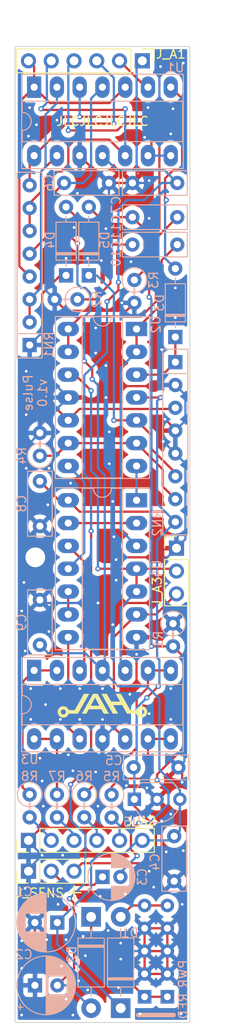
<source format=kicad_pcb>
(kicad_pcb (version 20240108) (generator "pcbnew") (generator_version "8.0")
  (title_block (rev "v1.0"))
  (layers (0 "F.Cu" signal) (31 "B.Cu" signal) (34 "B.Paste" user) (35 "F.Paste" user) (36 "B.SilkS" user "B.Silkscreen") (37 "F.SilkS" user "F.Silkscreen") (38 "B.Mask" user) (39 "F.Mask" user) (44 "Edge.Cuts" user))
  (net 0 "")
  (net 1 "GND")
  (net 2 "/DIV")
  (net 3 "Net-(U1A-+)")
  (net 4 "-12V")
  (net 5 "+12V")
  (net 6 "/RET")
  (net 7 "Net-(RN1A-R1.2)")
  (net 8 "Net-(RN1C-R3.2)")
  (net 9 "/OUT_CVI")
  (net 10 "/SIG")
  (net 11 "+5V")
  (net 12 "Net-(J_A2-Pin_5)")
  (net 13 "/GATEI")
  (net 14 "/TRIG")
  (net 15 "/GATE")
  (net 16 "/TRIGI")
  (net 17 "Net-(J_A2-Pin_3)")
  (net 18 "Net-(J_A2-Pin_2)")
  (net 19 "Net-(U2D--)")
  (net 20 "/OUT_CV")
  (net 21 "/THRS")
  (net 22 "Net-(D2-K)")
  (net 23 "Net-(D1-A)")
  (net 24 "Net-(J_SENS1-Pin_2)")
  (net 25 "Net-(J_A2-Pin_4)")
  (net 26 "Net-(U3D-+)")
  (net 27 "Net-(J_A3-Pin_3)")
  (net 28 "Net-(U3C--)")
  (net 29 "Net-(U3D--)")
  (net 30 "Net-(U3B--)")
  (net 31 "Net-(U3A--)")
  (net 32 "Net-(D5-A)")
  (net 33 "Net-(D4-A)")
  (net 34 "Net-(D4-K)")
  (net 35 "Net-(D5-K)")
  (net 36 "Net-(D3-K)")
  (net 37 "Net-(D3-A)")
  (net 38 "Net-(U3A-+)")
  (net 39 "Net-(U4-Pad13)")
  (net 40 "Net-(U4-Pad10)")
  (footprint "Connector_PinHeader_2.54mm:PinHeader_1x03_P2.54mm_Vertical" (layer "F.Cu") (at 61.595 132.715 90)
    (property "Reference" "J_SENS")
    (property "Value" "Conn_01x03_Male")
  )
  (footprint "Connector_PinHeader_2.54mm:PinHeader_1x06_P2.54mm_Vertical" (layer "F.Cu") (at 74.295 42.545 -90)
    (property "Reference" "J_A1")
    (property "Value" "Conn_01x06_Male")
  )
  (footprint "Connector_PinHeader_2.54mm:PinHeader_1x03_P2.54mm_Vertical" (layer "F.Cu") (at 78.105 96.774)
    (property "Reference" "J_A3")
    (property "Value" "Conn_01x03_Male")
  )
  (footprint "Logos:Avalon Harmonics Small 10mm" (layer "F.Cu") (at 69.85 114.3)
    (property "Reference" "G***" (hide yes))
    (property "Value" "LOGO" (hide yes))
  )
  (footprint "Eurorack:M2 Screw Hole" (layer "F.Cu") (at 62.357 97.79)
    (property "Reference" "REF**" (hide yes))
    (property "Value" "M2 Screw Hole" (hide yes))
  )
  (footprint "Connector_PinHeader_2.54mm:PinHeader_1x06_P2.54mm_Vertical" (layer "F.Cu") (at 61.595 129.286 90)
    (property "Reference" "J_A2")
    (property "Value" "Conn_01x06_Male")
  )
  (footprint "Capacitor_THT:C_Disc_D7.0mm_W2.5mm_P5.00mm" (layer "B.Cu") (at 65.572 56.134)
    (property "Reference" "C6")
    (property "Value" "0.1uF")
  )
  (footprint "Package_DIP:DIP-14_W7.62mm_Socket_LongPads" (layer "B.Cu") (at 62.225 45.476 -90)
    (property "Reference" "U1")
    (property "Value" "TL074")
  )
  (footprint "Resistor_THT:R_Array_SIP8" (layer "B.Cu") (at 77.978 76.073 -90)
    (property "Reference" "RN2")
    (property "Value" "100k")
  )
  (footprint "Diode_THT:D_DO-35_SOD27_P7.62mm_Horizontal" (layer "B.Cu") (at 65.786 66.421 90)
    (property "Reference" "D4")
    (property "Value" "1N4148")
  )
  (footprint "Package_DIP:DIP-14_W7.62mm_Socket_LongPads" (layer "B.Cu") (at 62.225 110.373 -90)
    (property "Reference" "U3")
    (property "Value" "LM324")
  )
  (footprint "Diode_THT:D_DO-41_SOD81_P10.16mm_Horizontal" (layer "B.Cu") (at 71.882 147.955 90)
    (property "Reference" "D1")
    (property "Value" "1N4001")
  )
  (footprint "Diode_THT:D_DO-35_SOD27_P7.62mm_Horizontal" (layer "B.Cu") (at 68.326 66.421 90)
    (property "Reference" "D5")
    (property "Value" "1N4148")
  )
  (footprint "Resistor_THT:R_Axial_DIN0207_L6.3mm_D2.5mm_P2.54mm_Vertical" (layer "B.Cu") (at 62.865 86.487 90)
    (property "Reference" "R4")
    (property "Value" "10k")
  )
  (footprint "Capacitor_THT:CP_Radial_D6.3mm_P2.50mm" (layer "B.Cu") (at 64.80938 138.43 180)
    (property "Reference" "C1")
    (property "Value" "47uF")
  )
  (footprint "Capacitor_THT:C_Disc_D7.0mm_W2.5mm_P5.00mm" (layer "B.Cu") (at 62.865 89.321 -90)
    (property "Reference" "C8")
    (property "Value" "0.1uF")
  )
  (footprint "Resistor_THT:R_Axial_DIN0207_L6.3mm_D2.5mm_P2.54mm_Vertical" (layer "B.Cu") (at 67.818 124.177 -90)
    (property "Reference" "R6")
    (property "Value" "1k")
  )
  (footprint "Capacitor_THT:C_Disc_D7.0mm_W2.5mm_P5.00mm" (layer "B.Cu") (at 78.192 62.992 180)
    (property "Reference" "C10")
    (property "Value" "0.1uF")
  )
  (footprint "Resistor_THT:R_Array_SIP8" (layer "B.Cu") (at 61.722 74.168 90)
    (property "Reference" "RN1")
    (property "Value" "100k")
  )
  (footprint "Package_DIP:DIP-14_W7.62mm_Socket_LongPads" (layer "B.Cu") (at 73.65 72.385 180)
    (property "Reference" "U2")
    (property "Value" "LM324")
  )
  (footprint "Package_DIP:DIP-14_W7.62mm_Socket_LongPads" (layer "B.Cu") (at 73.65 91.44 180)
    (property "Reference" "U4")
    (property "Value" "74HC04")
  )
  (footprint "Capacitor_THT:CP_Radial_D6.3mm_P2.50mm" (layer "B.Cu") (at 62.317621 145.415)
    (property "Reference" "C2")
    (property "Value" "47uF")
  )
  (footprint "Eurorack:Eurorack Power 10 Pin" (layer "B.Cu") (at 77.089 141.605 180)
    (property "Reference" "PWR1" (hide yes))
    (property "Value" "PWR_10_Pin" (hide yes))
  )
  (footprint "Resistor_THT:R_Axial_DIN0207_L6.3mm_D2.5mm_P2.54mm_Vertical" (layer "B.Cu") (at 77.724 105.156 -90)
    (property "Reference" "R1")
    (property "Value" "120k")
  )
  (footprint "Resistor_THT:R_Axial_DIN0207_L6.3mm_D2.5mm_P2.54mm_Vertical" (layer "B.Cu") (at 64.77 124.177 -90)
    (property "Reference" "R7")
    (property "Value" "1k")
  )
  (footprint "Package_TO_SOT_THT:TO-92_Inline_Wide" (layer "B.Cu") (at 73.406 124.714)
    (property "Reference" "U5")
    (property "Value" "78L05")
  )
  (footprint "Capacitor_THT:C_Disc_D7.0mm_W2.5mm_P5.00mm" (layer "B.Cu") (at 77.851 128.818 -90)
    (property "Reference" "C4")
    (property "Value" "0.1uF")
  )
  (footprint "Resistor_THT:R_Axial_DIN0207_L6.3mm_D2.5mm_P2.54mm_Vertical" (layer "B.Cu") (at 61.722 124.177 -90)
    (property "Reference" "R8")
    (property "Value" "1k")
  )
  (footprint "Resistor_THT:R_Axial_DIN0207_L6.3mm_D2.5mm_P2.54mm_Vertical" (layer "B.Cu") (at 73.406 66.929 -90)
    (property "Reference" "R3")
    (property "Value" "47k")
  )
  (footprint "Capacitor_THT:C_Disc_D7.0mm_W2.5mm_P5.00mm" (layer "B.Cu") (at 62.865 107.529 90)
    (property "Reference" "C9")
    (property "Value" "0.1uF")
  )
  (footprint "Diode_THT:D_DO-35_SOD27_P7.62mm_Horizontal" (layer "B.Cu") (at 77.978 73.279 90)
    (property "Reference" "D3")
    (property "Value" "1N4148")
  )
  (footprint "Capacitor_THT:C_Disc_D7.0mm_W2.5mm_P5.00mm" (layer "B.Cu") (at 73.319 121.158)
    (property "Reference" "C5")
    (property "Value" "0.1uF")
  )
  (footprint "Diode_THT:D_DO-41_SOD81_P10.16mm_Horizontal" (layer "B.Cu") (at 68.58 137.795 -90)
    (property "Reference" "D2")
    (property "Value" "1N4001")
  )
  (footprint "Resistor_THT:R_Axial_DIN0207_L6.3mm_D2.5mm_P2.54mm_Vertical" (layer "B.Cu") (at 67.056 69.088 180)
    (property "Reference" "R2")
    (property "Value" "47k")
  )
  (footprint "Capacitor_THT:CP_Radial_D5.0mm_P2.00mm" (layer "B.Cu") (at 69.85 133.35)
    (property "Reference" "C3")
    (property "Value" "10uF")
  )
  (footprint "Capacitor_THT:C_Disc_D7.0mm_W2.5mm_P5.00mm" (layer "B.Cu") (at 78.192 59.944 180)
    (property "Reference" "C11")
    (property "Value" "0.1uF")
  )
  (footprint "Resistor_THT:R_Axial_DIN0207_L6.3mm_D2.5mm_P2.54mm_Vertical" (layer "B.Cu") (at 70.866 124.206 -90)
    (property "Reference" "R5")
    (property "Value" "1k")
  )
  (footprint "Capacitor_THT:C_Disc_D7.0mm_W2.5mm_P5.00mm" (layer "B.Cu") (at 73.192 56.134)
    (property "Reference" "C7")
    (property "Value" "0.1uF")
  )
  (gr_rect (start 60.1 40.95) (end 79.6 149.55) (stroke (width 0.1)) (fill none) (layer "Edge.Cuts"))
  (gr_text "Pulse\nv1.0" (at 62.357 79.502 90) (layer "B.SilkS") (effects (font (size 1 1)) (justify mirror)))
  (gr_text "JLCJLCJLCJLC" (at 69.85 49.276 0) (layer "F.SilkS") (effects (font (size 1 1))))
  (gr_text "+" (at 66.675 135.255 -180) (layer "F.SilkS") (effects (font (size 2 2))))
  (segment (start 76.581 84.836) (end 76.581 82.677) (width 0.25) (layer "F.Cu") (net 1))
  (segment (start 73.66 55.666) (end 73.192 56.134) (width 0.25) (layer "F.Cu") (net 1))
  (segment (start 73.65 112.278) (end 73.65 108.595) (width 0.25) (layer "F.Cu") (net 1))
  (segment (start 73.65 108.575) (end 73.65 106.68) (width 0.25) (layer "F.Cu") (net 1))
  (segment (start 61.595 132.715) (end 61.595 137.71562) (width 0.25) (layer "F.Cu") (net 1))
  (segment (start 77.089 139.065) (end 77.089 141.605) (width 0.25) (layer "F.Cu") (net 1))
  (segment (start 70.343 56.134) (end 67.305 53.096) (width 0.25) (layer "F.Cu") (net 1))
  (segment (start 77.089 97.79) (end 71.628 97.79) (width 0.25) (layer "F.Cu") (net 1))
  (segment (start 78.74 136.398) (end 78.650999 136.308999) (width 0.25) (layer "F.Cu") (net 1))
  (segment (start 65.786 140.335) (end 63.627 140.335) (width 0.25) (layer "F.Cu") (net 1))
  (segment (start 76.454 127.127) (end 76.454 125.222) (width 0.25) (layer "F.Cu") (net 1))
  (segment (start 77.089 144.145) (end 77.089 141.605) (width 0.25) (layer "F.Cu") (net 1))
  (segment (start 78.650999 134.617999) (end 77.851 133.818) (width 0.25) (layer "F.Cu") (net 1))
  (segment (start 76.454 132.421) (end 77.851 133.818) (width 0.25) (layer "F.Cu") (net 1))
  (segment (start 73.66 51.943) (end 73.66 55.666) (width 0.25) (layer "F.Cu") (net 1))
  (segment (start 71.628 78.74) (end 77.851 78.74) (width 0.25) (layer "F.Cu") (net 1))
  (segment (start 74.676 123.444) (end 74.803 123.444) (width 0.25) (layer "F.Cu") (net 1))
  (segment (start 65.786 70.358) (end 72.517 70.358) (width 0.25) (layer "F.Cu") (net 1))
  (segment (start 66.162 80.137) (end 70.231 80.137) (width 0.25) (layer "F.Cu") (net 1))
  (segment (start 73.65 108.595) (end 73.66 108.585) (width 0.25) (layer "F.Cu") (net 1))
  (segment (start 70.358 80.01) (end 71.628 78.74) (width 0.25) (layer "F.Cu") (net 1))
  (segment (start 78.650999 137.503001) (end 78.650999 136.487001) (width 0.25) (layer "F.Cu") (net 1))
  (segment (start 77.089 139.065) (end 78.650999 137.503001) (width 0.25) (layer "F.Cu") (net 1))
  (segment (start 70.231 80.01) (end 70.358 80.01) (width 0.25) (layer "F.Cu") (net 1))
  (segment (start 78.650999 136.487001) (end 78.74 136.398) (width 0.25) (layer "F.Cu") (net 1))
  (segment (start 67.305 57.028) (end 67.056 57.277) (width 0.25) (layer "F.Cu") (net 1))
  (segment (start 72.898 113.03) (end 73.65 112.278) (width 0.25) (layer "F.Cu") (net 1))
  (segment (start 78.74 122.809) (end 78.74 121.579) (width 0.25) (layer "F.Cu") (net 1))
  (segment (start 61.595 137.71562) (end 62.30938 138.43) (width 0.25) (layer "F.Cu") (net 1))
  (segment (start 72.517 123.19) (end 74.422 123.19) (width 0.25) (layer "F.Cu") (net 1))
  (segment (start 77.343 123.317) (end 77.343 122.134) (width 0.25) (layer "F.Cu") (net 1))
  (segment (start 74.549 141.605) (end 74.549 139.065) (width 0.25) (layer "F.Cu") (net 1))
  (segment (start 73.65 106.68) (end 76.2 106.68) (width 0.25) (layer "F.Cu") (net 1))
  (segment (start 76.581 82.677) (end 76.835 82.423) (width 0.25) (layer "F.Cu") (net 1))
  (segment (start 71.628 97.79) (end 71.374 98.044) (width 0.25) (layer "F.Cu") (net 1))
  (segment (start 74.549 51.054) (end 73.66 51.943) (width 0.25) (layer "F.Cu") (net 1))
  (segment (start 76.454 127.127) (end 76.454 132.421) (width 0.25) (layer "F.Cu") (net 1))
  (segment (start 76.6445 84.8995) (end 76.581 84.836) (width 0.25) (layer "F.Cu") (net 1))
  (segment (start 77.978 83.566) (end 76.835 82.423) (width 0.25) (layer "F.Cu") (net 1))
  (segment (start 76.454 125.222) (end 75.946 124.714) (width 0.25) (layer "F.Cu") (net 1))
  (segment (start 62.30938 138.43) (end 62.30938 140.335) (width 0.25) (layer "F.Cu") (net 1))
  (segment (start 78.105 96.774) (end 77.089 97.79) (width 0.25) (layer "F.Cu") (net 1))
  (segment (start 77.851 78.74) (end 77.978 78.613) (width 0.25) (layer "F.Cu") (net 1))
  (segment (start 70.572 56.134) (end 70.343 56.134) (width 0.25) (layer "F.Cu") (net 1))
  (segment (start 74.803 123.571) (end 75.946 124.714) (width 0.25) (layer "F.Cu") (net 1))
  (segment (start 70.231 80.137) (end 70.231 80.137) (width 0.25) (layer "F.Cu") (net 1))
  (segment (start 74.549 141.605) (end 77.089 141.605) (width 0.25) (layer "F.Cu") (net 1))
  (segment (start 62.30938 145.406759) (end 62.317621 145.415) (width 0.25) (layer "F.Cu") (net 1))
  (segment (start 76.2 106.68) (end 77.724 105.156) (width 0.25) (layer "F.Cu") (net 1))
  (segment (start 74.422 123.19) (end 74.676 123.444) (width 0.25) (layer "F.Cu") (net 1))
  (segment (start 71.882 127.889) (end 62.992 127.889) (width 0.25) (layer "F.Cu") (net 1))
  (segment (start 66.03 80.005) (end 66.162 80.137) (width 0.25) (layer "F.Cu") (net 1))
  (segment (start 72.898 126.873) (end 71.882 127.889) (width 0.25) (layer "F.Cu") (net 1))
  (segment (start 61.595 129.286) (end 61.595 132.715) (width 0.25) (layer "F.Cu") (net 1))
  (segment (start 74.803 123.444) (end 74.803 123.571) (width 0.25) (layer "F.Cu") (net 1))
  (segment (start 74.803 102.87) (end 69.342 102.87) (width 0.25) (layer "F.Cu") (net 1))
  (segment (start 75.946 124.714) (end 77.343 123.317) (width 0.25) (layer "F.Cu") (net 1))
  (segment (start 73.66 108.585) (end 73.65 108.575) (width 0.25) (layer "F.Cu") (net 1))
  (segment (start 74.549 144.145) (end 74.549 141.605) (width 0.25) (layer "F.Cu") (net 1))
  (segment (start 70.231 80.137) (end 70.231 80.01) (width 0.25) (layer "F.Cu") (net 1))
  (segment (start 64.516 69.088) (end 65.786 70.358) (width 0.25) (layer "F.Cu") (net 1))
  (segment (start 76.962 100.711) (end 74.803 102.87) (width 0.25) (layer "F.Cu") (net 1))
  (segment (start 72.517 70.358) (end 73.406 69.469) (width 0.25) (layer "F.Cu") (net 1))
  (segment (start 77.978 86.233) (end 76.6445 84.8995) (width 0.25) (layer "F.Cu") (net 1))
  (segment (start 67.305 53.096) (end 67.305 57.028) (width 0.25) (layer "F.Cu") (net 1))
  (segment (start 63.627 140.335) (end 62.30938 140.335) (width 0.25) (layer "F.Cu") (net 1))
  (segment (start 62.30938 140.335) (end 62.30938 145.406759) (width 0.25) (layer "F.Cu") (net 1))
  (segment (start 77.343 122.134) (end 78.319 121.158) (width 0.25) (layer "F.Cu") (net 1))
  (segment (start 78.74 121.579) (end 78.319 121.158) (width 0.25) (layer "F.Cu") (net 1))
  (segment (start 62.992 127.889) (end 61.595 129.286) (width 0.25) (layer "F.Cu") (net 1))
  (segment (start 77.089 144.145) (end 74.549 144.145) (width 0.25) (layer "F.Cu") (net 1))
  (segment (start 77.978 83.693) (end 77.978 83.566) (width 0.25) (layer "F.Cu") (net 1))
  (segment (start 78.650999 136.308999) (end 78.650999 134.617999) (width 0.25) (layer "F.Cu") (net 1))
  (segment (start 74.549 139.065) (end 77.089 139.065) (width 0.25) (layer "F.Cu") (net 1))
  (segment (start 70.572 56.134) (end 73.192 56.134) (width 0.25) (layer "F.Cu") (net 1))
  (via (at 67.056 57.277) (size 0.6) (drill 0.3) (layers "F.Cu" "B.Cu") (net 1))
  (via (at 72.009 69.469) (size 0.6) (drill 0.3) (layers "F.Cu" "B.Cu") (net 1))
  (via (at 61.595 50.927) (size 0.6) (drill 0.3) (layers "F.Cu" "B.Cu") (net 1))
  (via (at 69.088 121.666) (size 0.6) (drill 0.3) (layers "F.Cu" "B.Cu") (net 1))
  (via (at 65.405 130.937) (size 0.6) (drill 0.3) (layers "F.Cu" "B.Cu") (net 1))
  (via (at 75.057 115.189) (size 0.6) (drill 0.3) (layers "F.Cu" "B.Cu") (net 1))
  (via (at 77.978 67.818) (size 0.6) (drill 0.3) (layers "F.Cu" "B.Cu") (net 1))
  (via (at 68.199 145.923) (size 0.6) (drill 0.3) (layers "F.Cu" "B.Cu") (net 1))
  (via (at 78.867 42.799) (size 0.6) (drill 0.3) (layers "F.Cu" "B.Cu") (net 1))
  (via (at 75.057 55.88) (size 0.6) (drill 0.3) (layers "F.Cu" "B.Cu") (net 1))
  (via (at 67.945 142.113) (size 0.6) (drill 0.3) (layers "F.Cu" "B.Cu") (net 1))
  (via (at 78.867 130.429) (size 0.6) (drill 0.3) (layers "F.Cu" "B.Cu") (net 1))
  (via (at 61.214 134.62) (size 0.6) (drill 0.3) (layers "F.Cu" "B.Cu") (net 1))
  (via (at 70.993 91.567) (size 0.6) (drill 0.3) (layers "F.Cu" "B.Cu") (net 1))
  (via (at 74.549 51.054) (size 0.6) (drill 0.3) (layers "F.Cu" "B.Cu") (net 1))
  (via (at 69.342 125.476) (size 0.6) (drill 0.3) (layers "F.Cu" "B.Cu") (net 1))
  (via (at 60.833 103.759) (size 0.6) (drill 0.3) (layers "F.Cu" "B.Cu") (net 1))
  (via (at 71.882 142.494) (size 0.6) (drill 0.3) (layers "F.Cu" "B.Cu") (net 1))
  (via (at 65.151 115.824) (size 0.6) (drill 0.3) (layers "F.Cu" "B.Cu") (net 1))
  (via (at 65.786 140.335) (size 0.6) (drill 0.3) (layers "F.Cu" "B.Cu") (net 1))
  (via (at 78.74 122.809) (size 0.6) (drill 0.3) (layers "F.Cu" "B.Cu") (net 1))
  (via (at 72.39 135.255) (size 0.6) (drill 0.3) (layers "F.Cu" "B.Cu") (net 1))
  (via (at 63.5 114.173) (size 0.6) (drill 0.3) (layers "F.Cu" "B.Cu") (net 1))
  (via (at 69.342 102.87) (size 0.6) (drill 0.3) (layers "F.Cu" "B.Cu") (net 1))
  (via (at 74.041 148.59) (size 0.6) (drill 0.3) (layers "F.Cu" "B.Cu") (net 1))
  (via (at 76.962 130.556) (size 0.6) (drill 0.3) (layers "F.Cu" "B.Cu") (net 1))
  (via (at 65.786 64.516) (size 0.6) (drill 0.3) (layers "F.Cu" "B.Cu") (net 1))
  (via (at 77.978 71.12) (size 0.6) (drill 0.3) (layers "F.Cu" "B.Cu") (net 1))
  (via (at 66.548 148.717) (size 0.6) (drill 0.3) (layers "F.Cu" "B.Cu") (net 1))
  (via (at 61.087 100.584) (size 0.6) (drill 0.3) (layers "F.Cu" "B.Cu") (net 1))
  (via (at 69.088 75.057) (size 0.6) (drill 0.3) (layers "F.Cu" "B.Cu") (net 1))
  (via (at 70.231 61.214) (size 0.6) (drill 0.3) (layers "F.Cu" "B.Cu") (net 1))
  (via (at 69.596 135.509) (size 0.6) (drill 0.3) (layers "F.Cu" "B.Cu") (net 1))
  (via (at 62.484 49.657) (size 0.6) (drill 0.3) (layers "F.Cu" "B.Cu") (net 1))
  (via (at 71.374 98.044) (size 0.6) (drill 0.3) (layers "F.Cu" "B.Cu") (net 1))
  (via (at 78.613 148.59) (size 0.6) (drill 0.3) (layers "F.Cu" "B.Cu") (net 1))
  (via (at 65.786 146.939) (size 0.6) (drill 0.3) (layers "F.Cu" "B.Cu") (net 1))
  (via (at 65.278 143.256) (size 0.6) (drill 0.3) (layers "F.Cu" "B.Cu") (net 1))
  (via (at 72.898 113.03) (size 0.6) (drill 0.3) (layers "F.Cu" "B.Cu") (net 1))
  (via (at 60.833 140.462) (size 0.6) (drill 0.3) (layers "F.Cu" "B.Cu") (net 1))
  (via (at 62.865 120.142) (size 0.6) (drill 0.3) (layers "F.Cu" "B.Cu") (net 1))
  (via (at 76.454 74.676) (size 0.6) (drill 0.3) (layers "F.Cu" "B.Cu") (net 1))
  (via (at 77.724 47.879) (size 0.6) (drill 0.3) (layers "F.Cu" "B.Cu") (net 1))
  (via (at 77.47 50.673) (size 0.6) (drill 0.3) (layers "F.Cu" "B.Cu") (net 1))
  (via (at 63.119 122.682) (size 0.6) (drill 0.3) (layers "F.Cu" "B.Cu") (net 1))
  (via (at 76.962 100.711) (size 0.6) (drill 0.3) (layers "F.Cu" "B.Cu") (net 1))
  (via (at 63.881 87.884) (size 0.6) (drill 0.3) (layers "F.Cu" "B.Cu") (net 1))
  (via (at 77.47 126.365) (size 0.6) (drill 0.3) (layers "F.Cu" "B.Cu") (net 1))
  (via (at 75.057 60.071) (size 0.6) (drill 0.3) (layers "F.Cu" "B.Cu") (net 1))
  (via (at 63.881 106.045) (size 0.6) (drill 0.3) (layers "F.Cu" "B.Cu") (net 1))
  (via (at 75.565 134.493) (size 0.6) (drill 0.3) (layers "F.Cu" "B.Cu") (net 1))
  (via (at 76.835 82.423) (size 0.6) (drill 0.3) (layers "F.Cu" "B.Cu") (net 1))
  (via (at 64.77 49.149) (size 0.6) (drill 0.3) (layers "F.Cu" "B.Cu") (net 1))
  (via (at 70.612 87.376) (size 0.6) (drill 0.3) (layers "F.Cu" "B.Cu") (net 1))
  (via (at 66.675 61.087) (size 0.6) (drill 0.3) (layers "F.Cu" "B.Cu") (net 1))
  (via (at 68.199 64.516) (size 0.6) (drill 0.3) (layers "F.Cu" "B.Cu") (net 1))
  (via (at 71.12 95.504) (size 0.6) (drill 0.3) (layers "F.Cu" "B.Cu") (net 1))
  (via (at 74.803 123.444) (size 0.6) (drill 0.3) (layers "F.Cu" "B.Cu") (net 1))
  (via (at 72.517 123.19) (size 0.6) (drill 0.3) (layers "F.Cu" "B.Cu") (net 1))
  (via (at 64.897 136.398) (size 0.6) (drill 0.3) (layers "F.Cu" "B.Cu") (net 1))
  (via (at 67.31 115.824) (size 0.6) (drill 0.3) (layers "F.Cu" "B.Cu") (net 1))
  (via (at 61.849 112.395) (size 0.6) (drill 0.3) (layers "F.Cu" "B.Cu") (net 1))
  (via (at 69.088 72.263) (size 0.6) (drill 0.3) (layers "F.Cu" "B.Cu") (net 1))
  (via (at 77.47 115.824) (size 0.6) (drill 0.3) (layers "F.Cu" "B.Cu") (net 1))
  (via (at 70.612 83.82) (size 0.6) (drill 0.3) (layers "F.Cu" "B.Cu") (net 1))
  (via (at 67.31 112.395) (size 0.6) (drill 0.3) (layers "F.Cu" "B.Cu") (net 1))
  (via (at 76.327 43.18) (size 0.6) (drill 0.3) (layers "F.Cu" "B.Cu") (net 1))
  (via (at 71.882 140.716) (size 0.6) (drill 0.3) (layers "F.Cu" "B.Cu") (net 1))
  (via (at 76.454 127.127) (size 0.6) (drill 0.3) (layers "F.Cu" "B.Cu") (net 1))
  (via (at 71.374 100.33) (size 0.6) (drill 0.3) (layers "F.Cu" "B.Cu") (net 1))
  (via (at 70.485 139.319) (size 0.6) (drill 0.3) (layers "F.Cu" "B.Cu") (net 1))
  (via (at 60.833 148.717) (size 0.6) (drill 0.3) (layers "F.Cu" "B.Cu") (net 1))
  (via (at 66.548 121.539) (size 0.6) (drill 0.3) (layers "F.Cu" "B.Cu") (net 1))
  (via (at 61.341 87.884) (size 0.6) (drill 0.3) (layers "F.Cu" "B.Cu") (net 1))
  (via (at 67.183 144.907) (size 0.6) (drill 0.3) (layers "F.Cu" "B.Cu") (net 1))
  (via (at 77.47 112.395) (size 0.6) (drill 0.3) (layers "F.Cu" "B.Cu") (net 1))
  (via (at 76.6445 84.8995) (size 0.6) (drill 0.3) (layers "F.Cu" "B.Cu") (net 1))
  (via (at 65.151 112.395) (size 0.6) (drill 0.3) (layers "F.Cu" "B.Cu") (net 1))
  (via (at 63.119 130.937) (size 0.6) (drill 0.3) (layers "F.Cu" "B.Cu") (net 1))
  (via (at 73.66 108.585) (size 0.6) (drill 0.3) (layers "F.Cu" "B.Cu") (net 1))
  (via (at 66.04 119.761) (size 0.6) (drill 0.3) (layers "F.Cu" "B.Cu") (net 1))
  (via (at 63.246 125.476) (size 0.6) (drill 0.3) (layers "F.Cu" "B.Cu") (net 1))
  (via (at 61.849 115.824) (size 0.6) (drill 0.3) (layers "F.Cu" "B.Cu") (net 1))
  (via (at 61.722 47.752) (size 0.6) (drill 0.3) (layers "F.Cu" "B.Cu") (net 1))
  (via (at 70.231 80.01) (size 0.6) (drill 0.3) (layers "F.Cu" "B.Cu") (net 1))
  (via (at 69.85 112.395) (size 0.6) (drill 0.3) (layers "F.Cu" "B.Cu") (net 1))
  (via (at 73.025 64.897) (size 0.6) (drill 0.3) (layers "F.Cu" "B.Cu") (net 1))
  (via (at 60.833 143.51) (size 0.6) (drill 0.3) (layers "F.Cu" "B.Cu") (net 1))
  (via (at 61.341 77.089) (size 0.6) (drill 0.3) (layers "F.Cu" "B.Cu") (net 1))
  (via (at 66.294 89.535) (size 0.6) (drill 0.3) (layers "F.Cu" "B.Cu") (net 1))
  (via (at 69.85 115.824) (size 0.6) (drill 0.3) (layers "F.Cu" "B.Cu") (net 1))
  (via (at 71.628 145.669) (size 0.6) (drill 0.3) (layers "F.Cu" "B.Cu") (net 1))
  (via (at 61.214 108.204) (size 0.6) (drill 0.3) (layers "F.Cu" "B.Cu") (net 1))
  (via (at 72.898 126.873) (size 0.6) (drill 0.3) (layers "F.Cu" "B.Cu") (net 1))
  (via (at 74.93 47.752) (size 0.6) (drill 0.3) (layers "F.Cu" "B.Cu") (net 1))
  (via (at 75.057 132.715) (size 0.6) (drill 0.3) (layers "F.Cu" "B.Cu") (net 1))
  (via (at 69.723 64.77) (size 0.6) (drill 0.3) (layers "F.Cu" "B.Cu") (net 1))
  (via (at 70.993 105.283) (size 0.6) (drill 0.3) (layers "F.Cu" "B.Cu") (net 1))
  (via (at 70.231 76.454) (size 0.6) (drill 0.3) (layers "F.Cu" "B.Cu") (net 1))
  (via (at 78.74 136.398) (size 0.6) (drill 0.3) (layers "F.Cu" "B.Cu") (net 1))
  (via (at 63.627 140.335) (size 0.6) (drill 0.3) (layers "F.Cu" "B.Cu") (net 1))
  (via (at 63.754 91.948) (size 0.6) (drill 0.3) (layers "F.Cu" "B.Cu") (net 1))
  (via (at 67.691 139.954) (size 0.6) (drill 0.3) (layers "F.Cu" "B.Cu") (net 1))
  (via (at 61.341 81.915) (size 0.6) (drill 0.3) (layers "F.Cu" "B.Cu") (net 1))
  (segment (start 77.47 50.673) (end 76.2 49.403) (width 0.25) (layer "B.Cu") (net 1))
  (segment (start 78.994 117.348) (end 77.47 115.824) (width 0.25) (layer "B.Cu") (net 1))
  (segment (start 76.708 100.457) (end 76.708 98.171) (width 0.25) (layer "B.Cu") (net 1))
  (segment (start 76.2 49.403) (end 76.2 43.307) (width 0.25) (layer "B.Cu") (net 1))
  (segment (start 70.739 112.395) (end 71.374 113.03) (width 0.25) (layer "B.Cu") (net 1))
  (segment (start 64.516 71.374) (end 64.516 69.088) (width 0.25) (layer "B.Cu") (net 1))
  (segment (start 62.865 94.321) (end 62.357 94.829) (width 0.25) (layer "B.Cu") (net 1))
  (segment (start 65.5955 60.198) (end 63.5 62.2935) (width 0.25) (layer "B.Cu") (net 1))
  (segment (start 76.962 100.711) (end 76.708 100.965) (width 0.25) (layer "B.Cu") (net 1))
  (segment (start 69.845 117.993) (end 69.845 117.988) (width 0.25) (layer "B.Cu") (net 1))
  (segment (start 72.009 69.469) (end 73.406 69.469) (width 0.25) (layer "B.Cu") (net 1))
  (segment (start 60.833 103.759) (end 60.833 107.823) (width 0.25) (layer "B.Cu") (net 1))
  (segment (start 77.978 83.693) (end 77.978 86.233) (width 0.25) (layer "B.Cu") (net 1))
  (segment (start 61.849 112.395) (end 65.151 112.395) (width 0.25) (layer "B.Cu") (net 1))
  (segment (start 76.708 98.171) (end 78.105 96.774) (width 0.25) (layer "B.Cu") (net 1))
  (segment (start 60.833 103.759) (end 61.635 103.759) (width 0.25) (layer "B.Cu") (net 1))
  (segment (start 70.572 56.134) (end 70.572 59.603) (width 0.25) (layer "B.Cu") (net 1))
  (segment (start 79.103 82.568) (end 79.103 79.738) (width 0.25) (layer "B.Cu") (net 1))
  (segment (start 61.722 74.168) (end 64.516 71.374) (width 0.25) (layer "B.Cu") (net 1))
  (segment (start 74.549 141.605) (end 67.056 141.605) (width 0.25) (layer "B.Cu") (net 1))
  (segment (start 73.192 56.134) (end 74.803 56.134) (width 0.25) (layer "B.Cu") (net 1))
  (segment (start 79.103 95.776) (end 79.103 87.358) (width 0.25) (layer "B.Cu") (net 1))
  (segment (start 72.898 126.873) (end 73.533 126.238) (width 0.25) (layer "B.Cu") (net 1))
  (segment (start 61.341 87.884) (end 61.341 90.932) (width 0.25) (layer "B.Cu") (net 1))
  (segment (start 61.595 132.461) (end 63.119 130.937) (width 0.25) (layer "B.Cu") (net 1))
  (segment (start 70.572 59.603) (end 69.977 60.198) (width 0.25) (layer "B.Cu") (net 1))
  (segment (start 67.056 141.605) (end 65.786 140.335) (width 0.25) (layer "B.Cu") (net 1))
  (segment (start 72.898 114.935) (end 72.898 113.03) (width 0.25) (layer "B.Cu") (net 1))
  (segment (start 61.635 103.759) (end 62.865 102.529) (width 0.25) (layer "B.Cu") (net 1))
  (segment (start 67.31 112.395) (end 69.85 112.395) (width 0.25) (layer "B.Cu") (net 1))
  (segment (start 61.597 112.395) (end 61.597 112.395) (width 0.25) (layer "B.Cu") (net 1))
  (segment (start 77.978 86.233) (end 76.6445 84.8995) (width 0.25) (layer "B.Cu") (net 1))
  (segment (start 62.357 97.79) (end 62.357 102.021) (width 0.25) (layer "B.Cu") (net 1))
  (segment (start 78.319 121.158) (end 78.994 120.483) (width 0.25) (layer "B.Cu") (net 1))
  (segment (start 79.103 87.358) (end 77.978 86.233) (width 0.25) (layer "B.Cu") (net 1))
  (segment (start 69.977 60.198) (end 65.5955 60.198) (width 0.25) (layer "B.Cu") (net 1))
  (segment (start 79.103 79.738) (end 77.978 78.613) (width 0.25) (layer "B.Cu") (net 1))
  (segment (start 73.533 126.238) (end 74.422 126.238) (width 0.25) (layer "B.Cu") (net 1))
  (segment (start 76.708 104.14) (end 77.724 105.156) (width 0.25) (layer "B.Cu") (net 1))
  (segment (start 67.31 112.395) (end 65.151 112.395) (width 0.25) (layer "B.Cu") (net 1))
  (segment (start 61.595 129.286) (end 61.595 129.413) (width 0.25) (layer "B.Cu") (net 1))
  (segment (start 71.374 113.03) (end 72.898 113.03) (width 0.25) (layer "B.Cu") (net 1))
  (segment (start 61.849 112.395) (end 61.597 112.395) (width 0.25) (layer "B.Cu") (net 1))
  (segment (start 76.708 100.965) (end 76.708 104.14) (width 0.25) (layer "B.Cu") (net 1))
  (segment (start 78.105 96.774) (end 79.103 95.776) (width 0.25) (layer "B.Cu") (net 1))
  (segment (start 66.03 80.005) (end 62.865 83.17) (width 0.25) (layer "B.Cu") (net 1))
  (segment (start 63.5 68.072) (end 64.516 69.088) (width 0.25) (layer "B.Cu") (net 1))
  (segment (start 62.357 102.021) (end 62.865 102.529) (width 0.25) (layer "B.Cu") (net 1))
  (segment (start 72.517 123.19) (end 69.845 120.518) (width 0.25) (layer "B.Cu") (net 1))
  (segment (start 60.833 111.631) (end 60.833 108.585) (width 0.25) (layer "B.Cu") (net 1))
  (segment (start 76.2 43.307) (end 76.327 43.18) (width 0.25) (layer "B.Cu") (net 1))
  (segment (start 74.803 56.134) (end 75.057 55.88) (width 0.25) (layer "B.Cu") (net 1))
  (segment (start 77.978 83.693) (end 79.103 82.568) (width 0.25) (layer "B.Cu") (net 1))
  (segment (start 60.833 108.585) (end 61.214 108.204) (width 0.25) (layer "B.Cu") (net 1))
  (segment (start 61.597 112.395) (end 60.833 111.631) (width 0.25) (layer "B.Cu") (net 1))
  (segment (start 61.595 132.715) (end 61.595 132.461) (width 0.25) (layer "B.Cu") (net 1))
  (segment (start 63.206 102.87) (end 69.342 102.87) (width 0.25) (layer "B.Cu") (net 1))
  (segment (start 76.962 100.711) (end 76.708 100.457) (width 0.25) (layer "B.Cu") (net 1))
  (segment (start 61.595 129.413) (end 63.119 130.937) (width 0.25) (layer "B.Cu") (net 1))
  (segment (start 61.341 85.471) (end 61.341 87.884) (width 0.25) (layer "B.Cu") (net 1))
  (segment (start 69.845 117.988) (end 72.898 114.935) (width 0.25) (layer "B.Cu") (net 1))
  (segment (start 69.85 112.395) (end 70.739 112.395) (width 0.25) (layer "B.Cu") (net 1))
  (segment (start 62.865 102.529) (end 63.206 102.87) (width 0.25) (layer "B.Cu") (net 1))
  (segment (start 60.833 107.823) (end 61.214 108.204) (width 0.25) (layer "B.Cu") (net 1))
  (segment (start 61.722 74.168) (end 61.722 75.697) (width 0.25) (layer "B.Cu") (net 1))
  (segment (start 69.845 120.518) (end 69.845 117.993) (width 0.25) (layer "B.Cu") (net 1))
  (segment (start 74.422 126.238) (end 75.946 124.714) (width 0.25) (layer "B.Cu") (net 1))
  (segment (start 62.357 94.829) (end 62.357 97.79) (width 0.25) (layer "B.Cu") (net 1))
  (segment (start 61.722 75.697) (end 66.03 80.005) (width 0.25) (layer "B.Cu") (net 1))
  (segment (start 63.5 62.2935) (end 63.5 68.072) (width 0.25) (layer "B.Cu") (net 1))
  (segment (start 61.341 90.932) (end 61.341 92.797) (width 0.25) (layer "B.Cu") (net 1))
  (segment (start 62.865 83.17) (end 62.865 83.947) (width 0.25) (layer "B.Cu") (net 1))
  (segment (start 78.994 120.483) (end 78.994 117.348) (width 0.25) (layer "B.Cu") (net 1))
  (segment (start 62.865 83.947) (end 61.341 85.471) (width 0.25) (layer "B.Cu") (net 1))
  (segment (start 61.341 92.797) (end 62.865 94.321) (width 0.25) (layer "B.Cu") (net 1))
  (segment (start 66.03 85.085) (end 70.988 85.085) (width 0.25) (layer "F.Cu") (net 2))
  (segment (start 70.988 85.085) (end 70.993 85.09) (width 0.25) (layer "F.Cu") (net 2))
  (segment (start 76.581 88.016) (end 76.581 89.916) (width 0.25) (layer "F.Cu") (net 2))
  (segment (start 70.998 85.085) (end 73.65 85.085) (width 0.25) (layer "F.Cu") (net 2))
  (segment (start 70.993 85.09) (end 70.998 85.085) (width 0.25) (layer "F.Cu") (net 2))
  (segment (start 76.581 89.916) (end 77.978 91.313) (width 0.25) (layer "F.Cu") (net 2))
  (segment (start 62.865 86.487) (end 64.628 86.487) (width 0.25) (layer "F.Cu") (net 2))
  (segment (start 73.65 85.085) (end 76.581 88.016) (width 0.25) (layer "F.Cu") (net 2))
  (segment (start 64.628 86.487) (end 66.03 85.085) (width 0.25) (layer "F.Cu") (net 2))
  (segment (start 74.422 48.768) (end 76.2 50.546) (width 0.25) (layer "F.Cu") (net 3))
  (segment (start 67.31 48.768) (end 74.422 48.768) (width 0.25) (layer "F.Cu") (net 3))
  (segment (start 76.2 61.299604) (end 75.057 62.442604) (width 0.25) (layer "F.Cu") (net 3))
  (segment (start 73.914 127.381) (end 73.787 127.381) (width 0.25) (layer "F.Cu") (net 3))
  (segment (start 78.867 119.019009) (end 78.867 108.839) (width 0.25) (layer "F.Cu") (net 3))
  (segment (start 73.787 127.381) (end 73.025 128.143) (width 0.25) (layer "F.Cu") (net 3))
  (segment (start 73.025 130.302) (end 73.7235 131.0005) (width 0.25) (layer "F.Cu") (net 3))
  (segment (start 78.867 108.839) (end 77.724 107.696) (width 0.25) (layer "F.Cu") (net 3))
  (segment (start 76.2 50.546) (end 76.2 61.299604) (width 0.25) (layer "F.Cu") (net 3))
  (segment (start 75.311 107.696) (end 77.724 107.696) (width 0.25) (layer "F.Cu") (net 3))
  (segment (start 75.946 122.555) (end 75.946 121.940009) (width 0.25) (layer "F.Cu") (net 3))
  (segment (start 75.946 121.940009) (end 78.867 119.019009) (width 0.25) (layer "F.Cu") (net 3))
  (segment (start 73.025 128.143) (end 73.025 130.302) (width 0.25) (layer "F.Cu") (net 3))
  (segment (start 75.057 62.442604) (end 75.057 68.834) (width 0.25) (layer "F.Cu") (net 3))
  (via (at 75.057 68.834) (size 0.6) (drill 0.3) (layers "F.Cu" "B.Cu") (net 3))
  (via (at 75.946 122.555) (size 0.6) (drill 0.3) (layers "F.Cu" "B.Cu") (net 3))
  (via (at 67.31 48.768) (size 0.6) (drill 0.3) (layers "F.Cu" "B.Cu") (net 3))
  (via (at 73.914 127.381) (size 0.6) (drill 0.3) (layers "F.Cu" "B.Cu") (net 3))
  (via (at 73.7235 131.0005) (size 0.6) (drill 0.3) (layers "F.Cu" "B.Cu") (net 3))
  (via (at 75.311 107.696) (size 0.6) (drill 0.3) (layers "F.Cu" "B.Cu") (net 3))
  (segment (start 67.305 48.763) (end 67.305 45.476) (width 0.25) (layer "B.Cu") (net 3))
  (segment (start 75.057 127.381) (end 73.914 127.381) (width 0.25) (layer "B.Cu") (net 3))
  (segment (start 75.311 69.088) (end 75.057 68.834) (width 0.25) (layer "B.Cu") (net 3))
  (segment (start 75.946 122.555) (end 77.216 123.825) (width 0.25) (layer "B.Cu") (net 3))
  (segment (start 67.31 48.768) (end 67.305 48.763) (width 0.25) (layer "B.Cu") (net 3))
  (segment (start 75.311 107.696) (end 75.311 69.088) (width 0.25) (layer "B.Cu") (net 3))
  (segment (start 77.216 123.825) (end 77.216 125.222) (width 0.25) (layer "B.Cu") (net 3))
  (segment (start 77.216 125.222) (end 75.057 127.381) (width 0.25) (layer "B.Cu") (net 3))
  (segment (start 71.85 132.874) (end 71.85 133.35) (width 0.25) (layer "B.Cu") (net 3))
  (segment (start 73.7235 131.0005) (end 71.85 132.874) (width 0.25) (layer "B.Cu") (net 3))
  (segment (start 66.167 135.763) (end 66.675 136.271) (width 0.25) (layer "F.Cu") (net 4))
  (segment (start 71.628 68.072) (end 71.628 67.183) (width 0.25) (layer "F.Cu") (net 4))
  (segment (start 70.358 69.342) (end 71.628 68.072) (width 0.25) (layer "F.Cu") (net 4))
  (segment (start 68.58 94.869) (end 68.58 120.777) (width 0.25) (layer "F.Cu") (net 4))
  (segment (start 68.58 120.777) (end 66.294 123.063) (width 0.25) (layer "F.Cu") (net 4))
  (segment (start 66.675 136.271) (end 66.675 143.557621) (width 0.25) (layer "F.Cu") (net 4))
  (segment (start 66.675 143.557621) (end 64.817621 145.415) (width 0.25) (layer "F.Cu") (net 4))
  (via (at 68.58 94.869) (size 0.6) (drill 0.3) (layers "F.Cu" "B.Cu") (net 4))
  (via (at 66.167 135.763) (size 0.6) (drill 0.3) (layers "F.Cu" "B.Cu") (net 4))
  (via (at 71.628 67.183) (size 0.6) (drill 0.3) (layers "F.Cu" "B.Cu") (net 4))
  (via (at 70.358 69.342) (size 0.6) (drill 0.3) (layers "F.Cu" "B.Cu") (net 4))
  (via (at 66.294 123.063) (size 0.6) (drill 0.3) (layers "F.Cu" "B.Cu") (net 4))
  (segment (start 71.628 67.183) (end 71.628 58.9915) (width 0.25) (layer "B.Cu") (net 4))
  (segment (start 73.66 43.18) (end 73.66 54.737) (width 0.25) (layer "B.Cu") (net 4))
  (segment (start 66.294 123.063) (end 66.294 127) (width 0.25) (layer "B.Cu") (net 4))
  (segment (start 72.5805 58.039) (end 74.549 58.039) (width 0.25) (layer "B.Cu") (net 4))
  (segment (start 67.945 133.985) (end 66.167 135.763) (width 0.25) (layer "B.Cu") (net 4))
  (segment (start 71.486 54.737) (end 73.66 54.737) (width 0.25) (layer "B.Cu") (net 4))
  (segment (start 66.04 145.415) (end 68.58 147.955) (width 0.25) (layer "B.Cu") (net 4))
  (segment (start 76.454 56.134) (end 78.192 56.134) (width 0.25) (layer "B.Cu") (net 4))
  (segment (start 74.295 42.545) (end 73.66 43.18) (width 0.25) (layer "B.Cu") (net 4))
  (segment (start 66.167 135.763) (end 66.294 135.636) (width 0.25) (layer "B.Cu") (net 4))
  (segment (start 71.628 58.9915) (end 72.5805 58.039) (width 0.25) (layer "B.Cu") (net 4))
  (segment (start 66.294 127) (end 67.945 128.651) (width 0.25) (layer "B.Cu") (net 4))
  (segment (start 68.58 89.281) (end 68.58 94.869) (width 0.25) (layer "B.Cu") (net 4))
  (segment (start 67.818 77.5335) (end 67.818 88.519) (width 0.25) (layer "B.Cu") (net 4))
  (segment (start 67.945 128.651) (end 67.945 133.985) (width 0.25) (layer "B.Cu") (net 4))
  (segment (start 67.818 88.519) (end 68.58 89.281) (width 0.25) (layer "B.Cu") (net 4))
  (segment (start 76.795 54.737) (end 78.192 56.134) (width 0.25) (layer "B.Cu") (net 4))
  (segment (start 73.66 54.737) (end 76.795 54.737) (width 0.25) (layer "B.Cu") (net 4))
  (segment (start 74.549 58.039) (end 76.454 56.134) (width 0.25) (layer "B.Cu") (net 4))
  (segment (start 70.358 74.9935) (end 67.818 77.5335) (width 0.25) (layer "B.Cu") (net 4))
  (segment (start 70.358 69.342) (end 70.358 74.9935) (width 0.25) (layer "B.Cu") (net 4))
  (segment (start 64.817621 145.415) (end 66.04 145.415) (width 0.25) (layer "B.Cu") (net 4))
  (segment (start 69.845 53.096) (end 71.486 54.737) (width 0.25) (layer "B.Cu") (net 4))
  (segment (start 64.80938 138.43) (end 64.80938 138.46938) (width 0.25) (layer "F.Cu") (net 5))
  (segment (start 68.707 77.978) (end 68.707 76.835) (width 0.25) (layer "F.Cu") (net 5))
  (segment (start 64.135 57.571) (end 65.572 56.134) (width 0.25) (layer "F.Cu") (net 5))
  (segment (start 64.135 59.944) (end 64.135 57.571) (width 0.25) (layer "F.Cu") (net 5))
  (segment (start 68.707 76.835) (end 67.818 75.946) (width 0.25) (layer "F.Cu") (net 5))
  (segment (start 67.056 62.865) (end 64.135 59.944) (width 0.25) (layer "F.Cu") (net 5))
  (via (at 67.056 62.865) (size 0.6) (drill 0.3) (layers "F.Cu" "B.Cu") (net 5))
  (via (at 67.818 75.946) (size 0.6) (drill 0.3) (layers "F.Cu" "B.Cu") (net 5))
  (via (at 68.707 77.978) (size 0.6) (drill 0.3) (layers "F.Cu" "B.Cu") (net 5))
  (segment (start 67.056 62.865) (end 67.056 67.401) (width 0.25) (layer "B.Cu") (net 5))
  (segment (start 72.39 130.683) (end 69.596 130.683) (width 0.25) (layer "B.Cu") (net 5))
  (segment (start 71.613 112.141) (end 69.845 110.373) (width 0.25) (layer "B.Cu") (net 5))
  (segment (start 78.486 128.183) (end 77.851 128.818) (width 0.25) (layer "B.Cu") (net 5))
  (segment (start 68.453 68.326) (end 67.945 67.818) (width 0.25) (layer "B.Cu") (net 5))
  (segment (start 68.58 131.699) (end 68.58 134.65938) (width 0.25) (layer "B.Cu") (net 5))
  (segment (start 68.58 134.65938) (end 64.80938 138.43) (width 0.25) (layer "B.Cu") (net 5))
  (segment (start 70.104 110.114) (end 69.845 110.373) (width 0.25) (layer "B.Cu") (net 5))
  (segment (start 67.93 108.458) (end 63.794 108.458) (width 0.25) (layer "B.Cu") (net 5))
  (segment (start 68.58 55.245) (end 68.58 46.741) (width 0.25) (layer "B.Cu") (net 5))
  (segment (start 69.596 130.683) (end 68.58 131.699) (width 0.25) (layer "B.Cu") (net 5))
  (segment (start 68.453 70.391495) (end 68.453 68.326) (width 0.25) (layer "B.Cu") (net 5))
  (segment (start 67.056 67.401) (end 67.473 67.818) (width 0.25) (layer "B.Cu") (net 5))
  (segment (start 70.104 88.644953) (end 70.104 110.114) (width 0.25) (layer "B.Cu") (net 5))
  (segment (start 67.691 56.134) (end 68.58 55.245) (width 0.25) (layer "B.Cu") (net 5))
  (segment (start 76.2 113.538) (end 74.803 112.141) (width 0.25) (layer "B.Cu") (net 5))
  (segment (start 64.80938 140.88238) (end 71.882 147.955) (width 0.25) (layer "B.Cu") (net 5))
  (segment (start 67.818 71.026495) (end 68.453 70.391495) (width 0.25) (layer "B.Cu") (net 5))
  (segment (start 69.342 87.882953) (end 70.104 88.644953) (width 0.25) (layer "B.Cu") (net 5))
  (segment (start 77.383 129.286) (end 77.851 128.818) (width 0.25) (layer "B.Cu") (net 5))
  (segment (start 64.80938 138.43) (end 64.80938 140.88238) (width 0.25) (layer "B.Cu") (net 5))
  (segment (start 78.486 124.714) (end 78.486 123.698) (width 0.25) (layer "B.Cu") (net 5))
  (segment (start 69.342 78.613) (end 69.342 87.882953) (width 0.25) (layer "B.Cu") (net 5))
  (segment (start 76.2 121.412) (end 76.2 113.538) (width 0.25) (layer "B.Cu") (net 5))
  (segment (start 63.794 108.458) (end 62.865 107.529) (width 0.25) (layer "B.Cu") (net 5))
  (segment (start 74.295 129.286) (end 73.787 129.286) (width 0.25) (layer "B.Cu") (net 5))
  (segment (start 65.572 56.134) (end 67.691 56.134) (width 0.25) (layer "B.Cu") (net 5))
  (segment (start 68.58 46.741) (end 69.845 45.476) (width 0.25) (layer "B.Cu") (net 5))
  (segment (start 78.486 123.698) (end 76.2 121.412) (width 0.25) (layer "B.Cu") (net 5))
  (segment (start 67.473 67.818) (end 67.945 67.818) (width 0.25) (layer "B.Cu") (net 5))
  (segment (start 67.818 75.946) (end 67.818 71.026495) (width 0.25) (layer "B.Cu") (net 5))
  (segment (start 74.295 129.286) (end 77.383 129.286) (width 0.25) (layer "B.Cu") (net 5))
  (segment (start 69.845 110.373) (end 67.93 108.458) (width 0.25) (layer "B.Cu") (net 5))
  (segment (start 74.803 112.141) (end 71.613 112.141) (width 0.25) (layer "B.Cu") (net 5))
  (segment (start 73.787 129.286) (end 72.39 130.683) (width 0.25) (layer "B.Cu") (net 5))
  (segment (start 78.486 124.714) (end 78.486 128.183) (width 0.25) (layer "B.Cu") (net 5))
  (segment (start 68.707 77.978) (end 69.342 78.613) (width 0.25) (layer "B.Cu") (net 5))
  (segment (start 61.722 64.008) (end 63.5 62.23) (width 0.25) (layer "F.Cu") (net 6))
  (segment (start 70.597 51.308) (end 72.385 53.096) (width 0.25) (layer "F.Cu") (net 6))
  (segment (start 63.5 62.23) (end 63.5 55.753) (width 0.25) (layer "F.Cu") (net 6))
  (segment (start 63.119 48.006) (end 62.992 47.879) (width 0.25) (layer "F.Cu") (net 6))
  (segment (start 65.278 54.864) (end 66.04 54.102) (width 0.25) (layer "F.Cu") (net 6))
  (segment (start 66.04 54.102) (end 66.04 52.07) (width 0.25) (layer "F.Cu") (net 6))
  (segment (start 72.385 47.879) (end 72.258 48.006) (width 0.25) (layer "F.Cu") (net 6))
  (segment (start 72.258 48.006) (end 63.119 48.006) (width 0.25) (layer "F.Cu") (net 6))
  (segment (start 64.389 54.864) (end 65.278 54.864) (width 0.25) (layer "F.Cu") (net 6))
  (segment (start 66.802 51.308) (end 70.597 51.308) (width 0.25) (layer "F.Cu") (net 6))
  (segment (start 66.04 52.07) (end 66.802 51.308) (width 0.25) (layer "F.Cu") (net 6))
  (segment (start 63.5 55.753) (end 64.389 54.864) (width 0.25) (layer "F.Cu") (net 6))
  (via (at 62.992 47.879) (size 0.6) (drill 0.3) (layers "F.Cu" "B.Cu") (net 6))
  (via (at 72.385 47.879) (size 0.6) (drill 0.3) (layers "F.Cu" "B.Cu") (net 6))
  (segment (start 63.64 47.231) (end 63.64 43.04) (width 0.25) (layer "B.Cu") (net 6))
  (segment (start 62.992 47.879) (end 63.64 47.231) (width 0.25) (layer "B.Cu") (net 6))
  (segment (start 72.385 47.879) (end 72.385 53.096) (width 0.25) (layer "B.Cu") (net 6))
  (segment (start 63.64 43.04) (end 64.135 42.545) (width 0.25) (layer "B.Cu") (net 6))
  (segment (start 61.722 69.088) (end 61.722 71.628) (width 0.25) (layer "F.Cu") (net 7))
  (segment (start 64.765 47.249) (end 63.5 48.514) (width 0.25) (layer "B.Cu") (net 7))
  (segment (start 62.992 67.818) (end 61.722 69.088) (width 0.25) (layer "B.Cu") (net 7))
  (segment (start 62.992 54.864) (end 62.992 67.818) (width 0.25) (layer "B.Cu") (net 7))
  (segment (start 63.5 48.514) (end 63.5 54.356) (width 0.25) (layer "B.Cu") (net 7))
  (segment (start 63.5 54.356) (end 62.992 54.864) (width 0.25) (layer "B.Cu") (net 7))
  (segment (start 64.765 45.476) (end 64.765 47.249) (width 0.25) (layer "B.Cu") (net 7))
  (segment (start 61.722 58.928) (end 61.722 58.393009) (width 0.25) (layer "F.Cu") (net 8))
  (segment (start 61.722 61.468) (end 61.722 58.928) (width 0.25) (layer "F.Cu") (net 8))
  (segment (start 61.722 58.393009) (end 62.992 57.123009) (width 0.25) (layer "F.Cu") (net 8))
  (segment (start 62.992 57.123009) (end 62.992 54.869) (width 0.25) (layer "F.Cu") (net 8))
  (segment (start 62.992 54.869) (end 64.765 53.096) (width 0.25) (layer "F.Cu") (net 8))
  (segment (start 61.722 53.599) (end 62.225 53.096) (width 0.25) (layer "F.Cu") (net 9))
  (segment (start 65.791 49.53) (end 62.225 53.096) (width 0.25) (layer "F.Cu") (net 9))
  (segment (start 61.722 56.388) (end 61.722 53.599) (width 0.25) (layer "F.Cu") (net 9))
  (segment (start 71.12 49.53) (end 65.791 49.53) (width 0.25) (layer "F.Cu") (net 9))
  (via (at 71.12 49.53) (size 0.6) (drill 0.3) (layers "F.Cu" "B.Cu") (net 9))
  (segment (start 71.12 44.45) (end 69.215 42.545) (width 0.25) (layer "B.Cu") (net 9))
  (segment (start 71.12 49.53) (end 71.12 44.45) (width 0.25) (layer "B.Cu") (net 9))
  (segment (start 60.579 47.122) (end 62.225 45.476) (width 0.25) (layer "F.Cu") (net 10))
  (segment (start 63.993 47.244) (end 70.617 47.244) (width 0.25) (layer "F.Cu") (net 10))
  (segment (start 61.722 66.548) (end 60.579 65.405) (width 0.25) (layer "F.Cu") (net 10))
  (segment (start 62.225 43.175) (end 61.595 42.545) (width 0.25) (layer "F.Cu") (net 10))
  (segment (start 70.617 47.244) (end 72.385 45.476) (width 0.25) (layer "F.Cu") (net 10))
  (segment (start 62.225 45.476) (end 62.225 43.175) (width 0.25) (layer "F.Cu") (net 10))
  (segment (start 62.225 45.476) (end 63.993 47.244) (width 0.25) (layer "F.Cu") (net 10))
  (segment (start 60.579 65.405) (end 60.579 47.122) (width 0.25) (layer "F.Cu") (net 10))
  (segment (start 64.984 91.44) (end 66.03 91.44) (width 0.25) (layer "F.Cu") (net 11))
  (segment (start 75.819 130.683) (end 75.819 127.889) (width 0.25) (layer "F.Cu") (net 11))
  (segment (start 76.835 92.71) (end 77.978 93.853) (width 0.25) (layer "F.Cu") (net 11))
  (segment (start 76.322 80.005) (end 73.65 80.005) (width 0.25) (layer "F.Cu") (net 11))
  (segment (start 67.564 131.826) (end 74.676 131.826) (width 0.25) (layer "F.Cu") (net 11))
  (segment (start 73.406 125.476) (end 73.406 124.714) (width 0.25) (layer "F.Cu") (net 11))
  (segment (start 66.675 132.715) (end 67.564 131.826) (width 0.25) (layer "F.Cu") (net 11))
  (segment (start 75.819 127.889) (end 73.406 125.476) (width 0.25) (layer "F.Cu") (net 11))
  (segment (start 62.865 89.321) (end 64.984 91.44) (width 0.25) (layer "F.Cu") (net 11))
  (segment (start 66.03 91.44) (end 67.3 92.71) (width 0.25) (layer "F.Cu") (net 11))
  (segment (start 67.3 92.71) (end 76.835 92.71) (width 0.25) (layer "F.Cu") (net 11))
  (segment (start 74.803 113.411) (end 76.073 112.141) (width 0.25) (layer "F.Cu") (net 11))
  (segment (start 76.327 80.01) (end 76.322 80.005) (width 0.25) (layer "F.Cu") (net 11))
  (segment (start 74.676 131.826) (end 75.819 130.683) (width 0.25) (layer "F.Cu") (net 11))
  (via (at 76.327 80.01) (size 0.6) (drill 0.3) (layers "F.Cu" "B.Cu") (net 11))
  (via (at 74.803 113.411) (size 0.6) (drill 0.3) (layers "F.Cu" "B.Cu") (net 11))
  (via (at 76.073 112.141) (size 0.6) (drill 0.3) (layers "F.Cu" "B.Cu") (net 11))
  (segment (start 73.406 124.714) (end 73.406 121.245) (width 0.25) (layer "B.Cu") (net 11))
  (segment (start 73.406 121.245) (end 73.319 121.158) (width 0.25) (layer "B.Cu") (net 11))
  (segment (start 73.66 114.554) (end 74.803 113.411) (width 0.25) (layer "B.Cu") (net 11))
  (segment (start 76.2 109.22) (end 75.946 108.966) (width 0.25) (layer "B.Cu") (net 11))
  (segment (start 73.66 120.817) (end 73.66 114.554) (width 0.25) (layer "B.Cu") (net 11))
  (segment (start 75.946 91.821) (end 77.978 93.853) (width 0.25) (layer "B.Cu") (net 11))
  (segment (start 73.319 121.158) (end 73.66 120.817) (width 0.25) (layer "B.Cu") (net 11))
  (segment (start 75.946 95.885) (end 77.978 93.853) (width 0.25) (layer "B.Cu") (net 11))
  (segment (start 76.327 80.01) (end 75.946 80.391) (width 0.25) (layer "B.Cu") (net 11))
  (segment (start 75.946 80.391) (end 75.946 91.821) (width 0.25) (layer "B.Cu") (net 11))
  (segment (start 76.073 112.141) (end 76.2 112.014) (width 0.25) (layer "B.Cu") (net 11))
  (segment (start 76.2 112.014) (end 76.2 109.22) (width 0.25) (layer "B.Cu") (net 11))
  (segment (start 75.946 108.966) (end 75.946 95.885) (width 0.25) (layer "B.Cu") (net 11))
  (segment (start 71.755 129.286) (end 71.755 127.635) (width 0.25) (layer "B.Cu") (net 12))
  (segment (start 71.755 127.635) (end 70.866 126.746) (width 0.25) (layer "B.Cu") (net 12))
  (segment (start 77.851 99.06) (end 78.105 99.314) (width 0.25) (layer "F.Cu") (net 13))
  (segment (start 68.58 79.248) (end 66.797 77.465) (width 0.25) (layer "F.Cu") (net 13))
  (segment (start 69.342 99.06) (end 73.65 99.06) (width 0.25) (layer "F.Cu") (net 13))
  (segment (start 73.65 99.06) (end 77.851 99.06) (width 0.25) (layer "F.Cu") (net 13))
  (segment (start 78.105 99.568) (end 78.105 99.314) (width 0.25) (layer "F.Cu") (net 13))
  (segment (start 73.65 101.6) (end 73.65 99.06) (width 0.25) (layer "F.Cu") (net 13))
  (segment (start 66.797 77.465) (end 66.03 77.465) (width 0.25) (layer "F.Cu") (net 13))
  (via (at 68.58 79.248) (size 0.6) (drill 0.3) (layers "F.Cu" "B.Cu") (net 13))
  (via (at 69.342 99.06) (size 0.6) (drill 0.3) (layers "F.Cu" "B.Cu") (net 13))
  (segment (start 71.882 103.368) (end 73.65 101.6) (width 0.25) (layer "B.Cu") (net 13))
  (segment (start 71.882 109.87) (end 71.882 103.368) (width 0.25) (layer "B.Cu") (net 13))
  (segment (start 68.58 88.137302) (end 69.342 88.899302) (width 0.25) (layer "B.Cu") (net 13))
  (segment (start 72.385 110.373) (end 71.882 109.87) (width 0.25) (layer "B.Cu") (net 13))
  (segment (start 69.342 88.899302) (end 69.342 99.06) (width 0.25) (layer "B.Cu") (net 13))
  (segment (start 68.58 79.248) (end 68.58 88.137302) (width 0.25) (layer "B.Cu") (net 13))
  (segment (start 67.818 97.272) (end 66.03 99.06) (width 0.25) (layer "B.Cu") (net 14))
  (segment (start 66.03 87.625) (end 67.818 89.413) (width 0.25) (layer "B.Cu") (net 14))
  (segment (start 67.818 89.413) (end 67.818 97.272) (width 0.25) (layer "B.Cu") (net 14))
  (segment (start 73.65 72.385) (end 73.65 74.925) (width 0.25) (layer "F.Cu") (net 15))
  (segment (start 73.65 72.385) (end 76.454 69.581) (width 0.25) (layer "F.Cu") (net 15))
  (segment (start 76.454 64.73) (end 78.192 62.992) (width 0.25) (layer "F.Cu") (net 15))
  (segment (start 76.454 69.581) (end 76.454 64.73) (width 0.25) (layer "F.Cu") (net 15))
  (segment (start 71.882 94.752) (end 73.65 96.52) (width 0.25) (layer "B.Cu") (net 15))
  (segment (start 73.65 74.925) (end 71.882 76.693) (width 0.25) (layer "B.Cu") (net 15))
  (segment (start 71.882 76.693) (end 71.882 94.752) (width 0.25) (layer "B.Cu") (net 15))
  (segment (start 73.65 91.44) (end 73.65 87.625) (width 0.25) (layer "B.Cu") (net 16))
  (segment (start 66.675 128.622) (end 66.675 129.286) (width 0.25) (layer "B.Cu") (net 17))
  (segment (start 64.77 126.717) (end 66.675 128.622) (width 0.25) (layer "B.Cu") (net 17))
  (segment (start 64.135 129.13) (end 64.135 129.286) (width 0.25) (layer "B.Cu") (net 18))
  (segment (start 61.722 126.717) (end 64.135 129.13) (width 0.25) (layer "B.Cu") (net 18))
  (segment (start 75.819 69.342) (end 75.819 62.317) (width 0.25) (layer "F.Cu") (net 19))
  (segment (start 67.422 70.993) (end 74.168 70.993) (width 0.25) (layer "F.Cu") (net 19))
  (segment (start 74.168 70.993) (end 75.819 69.342) (width 0.25) (layer "F.Cu") (net 19))
  (segment (start 66.03 74.925) (end 66.03 72.385) (width 0.25) (layer "F.Cu") (net 19))
  (segment (start 66.03 72.385) (end 67.422 70.993) (width 0.25) (layer "F.Cu") (net 19))
  (segment (start 75.819 62.317) (end 78.192 59.944) (width 0.25) (layer "F.Cu") (net 19))
  (segment (start 71.501 50.292) (end 72.263 49.53) (width 0.25) (layer "F.Cu") (net 20))
  (segment (start 75.311 50.546) (end 75.311 52.71) (width 0.25) (layer "F.Cu") (net 20))
  (segment (start 72.263 49.53) (end 74.295 49.53) (width 0.25) (layer "F.Cu") (net 20))
  (segment (start 75.311 52.71) (end 74.925 53.096) (width 0.25) (layer "F.Cu") (net 20))
  (segment (start 74.295 49.53) (end 75.311 50.546) (width 0.25) (layer "F.Cu") (net 20))
  (segment (start 66.04 50.292) (end 71.501 50.292) (width 0.25) (layer "F.Cu") (net 20))
  (via (at 66.04 50.292) (size 0.6) (drill 0.3) (layers "F.Cu" "B.Cu") (net 20))
  (segment (start 74.925 53.096) (end 77.465 53.096) (width 0.25) (layer "B.Cu") (net 20))
  (segment (start 66.04 43.18) (end 66.675 42.545) (width 0.25) (layer "B.Cu") (net 20))
  (segment (start 66.04 50.292) (end 66.04 43.18) (width 0.25) (layer "B.Cu") (net 20))
  (segment (start 74.925 45.476) (end 74.686 45.476) (width 0.25) (layer "F.Cu") (net 21))
  (segment (start 74.686 45.476) (end 71.755 42.545) (width 0.25) (layer "F.Cu") (net 21))
  (segment (start 74.549 146.685) (end 68.58 140.716) (width 0.25) (layer "F.Cu") (net 22))
  (segment (start 77.089 146.685) (end 74.549 146.685) (width 0.25) (layer "F.Cu") (net 22))
  (segment (start 68.58 140.716) (end 68.58 137.795) (width 0.25) (layer "F.Cu") (net 22))
  (segment (start 73.152 136.525) (end 74.549 136.525) (width 0.25) (layer "F.Cu") (net 23))
  (segment (start 77.089 136.525) (end 74.549 136.525) (width 0.25) (layer "F.Cu") (net 23))
  (segment (start 71.882 137.795) (end 73.152 136.525) (width 0.25) (layer "F.Cu") (net 23))
  (segment (start 71.882 137.795) (end 71.882 137.668) (width 0.25) (layer "B.Cu") (net 23))
  (segment (start 68.9135 134.239) (end 69.8025 133.35) (width 0.25) (layer "F.Cu") (net 24))
  (segment (start 65.659 134.239) (end 68.9135 134.239) (width 0.25) (layer "F.Cu") (net 24))
  (segment (start 64.135 132.715) (end 65.659 134.239) (width 0.25) (layer "F.Cu") (net 24))
  (segment (start 69.215 129.286) (end 69.215 128.114) (width 0.25) (layer "B.Cu") (net 25))
  (segment (start 69.215 128.114) (end 67.818 126.717) (width 0.25) (layer "B.Cu") (net 25))
  (segment (start 66.03 116.718) (end 66.03 106.68) (width 0.25) (layer "F.Cu") (net 26))
  (segment (start 67.305 117.993) (end 66.03 116.718) (width 0.25) (layer "F.Cu") (net 26))
  (segment (start 72.385 117.993) (end 71.12 116.728) (width 0.25) (layer "F.Cu") (net 27))
  (segment (start 73.65 104.14) (end 73.65 104.023) (width 0.25) (layer "F.Cu") (net 27))
  (segment (start 78.105 101.854) (end 75.819 104.14) (width 0.25) (layer "F.Cu") (net 27))
  (segment (start 71.12 116.728) (end 71.12 106.67) (width 0.25) (layer "F.Cu") (net 27))
  (segment (start 71.12 106.67) (end 73.65 104.14) (width 0.25) (layer "F.Cu") (net 27))
  (segment (start 75.819 104.14) (end 73.65 104.14) (width 0.25) (layer "F.Cu") (net 27))
  (segment (start 71.755 122.428) (end 70.866 123.317) (width 0.25) (layer "F.Cu") (net 28))
  (segment (start 74.925 121.671) (end 74.168 122.428) (width 0.25) (layer "F.Cu") (net 28))
  (segment (start 70.866 123.317) (end 70.866 124.206) (width 0.25) (layer "F.Cu") (net 28))
  (segment (start 74.925 117.993) (end 77.465 117.993) (width 0.25) (layer "F.Cu") (net 28))
  (segment (start 74.168 122.428) (end 71.755 122.428) (width 0.25) (layer "F.Cu") (net 28))
  (segment (start 74.925 117.993) (end 74.925 121.671) (width 0.25) (layer "F.Cu") (net 28))
  (segment (start 64.77 117.998) (end 64.765 117.993) (width 0.25) (layer "F.Cu") (net 29))
  (segment (start 64.77 124.177) (end 64.77 117.998) (width 0.25) (layer "F.Cu") (net 29))
  (segment (start 64.765 117.993) (end 62.225 117.993) (width 0.25) (layer "F.Cu") (net 29))
  (segment (start 74.925 112.273) (end 74.925 110.373) (width 0.25) (layer "F.Cu") (net 30))
  (segment (start 67.818 124.177) (end 72.107 119.888) (width 0.25) (layer "F.Cu") (net 30))
  (segment (start 72.107 119.888) (end 72.771 119.888) (width 0.25) (layer "F.Cu") (net 30))
  (segment (start 72.771 119.888) (end 73.66 118.999) (width 0.25) (layer "F.Cu") (net 30))
  (segment (start 74.925 110.373) (end 77.465 110.373) (width 0.25) (layer "F.Cu") (net 30))
  (segment (start 73.66 113.538) (end 74.925 112.273) (width 0.25) (layer "F.Cu") (net 30))
  (segment (start 73.66 118.999) (end 73.66 113.538) (width 0.25) (layer "F.Cu") (net 30))
  (segment (start 62.225 110.373) (end 64.765 110.373) (width 0.25) (layer "F.Cu") (net 31))
  (segment (start 60.922001 123.377001) (end 60.922001 111.675999) (width 0.25) (layer "F.Cu") (net 31))
  (segment (start 61.722 124.177) (end 60.922001 123.377001) (width 0.25) (layer "F.Cu") (net 31))
  (segment (start 60.922001 111.675999) (end 62.225 110.373) (width 0.25) (layer "F.Cu") (net 31))
  (segment (start 74.549 61.301) (end 73.192 59.944) (width 0.25) (layer "F.Cu") (net 32))
  (segment (start 69.469 59.944) (end 73.192 59.944) (width 0.25) (layer "F.Cu") (net 32))
  (segment (start 68.326 58.801) (end 69.469 59.944) (width 0.25) (layer "F.Cu") (net 32))
  (segment (start 73.406 66.929) (end 74.549 65.786) (width 0.25) (layer "F.Cu") (net 32))
  (segment (start 74.549 65.786) (end 74.549 61.301) (width 0.25) (layer "F.Cu") (net 32))
  (segment (start 69.977 62.992) (end 70.739 62.992) (width 0.25) (layer "F.Cu") (net 33))
  (segment (start 68.961 69.088) (end 70.739 67.31) (width 0.25) (layer "F.Cu") (net 33))
  (segment (start 67.056 69.088) (end 68.961 69.088) (width 0.25) (layer "F.Cu") (net 33))
  (segment (start 70.739 67.31) (end 70.739 62.992) (width 0.25) (layer "F.Cu") (net 33))
  (segment (start 65.786 58.801) (end 69.977 62.992) (width 0.25) (layer "F.Cu") (net 33))
  (segment (start 73.192 63.108) (end 73.192 62.611) (width 0.25) (layer "F.Cu") (net 33))
  (segment (start 72.938 62.357) (end 73.192 62.611) (width 0.25) (layer "F.Cu") (net 33))
  (segment (start 70.739 62.992) (end 73.192 62.992) (width 0.25) (layer "F.Cu") (net 33))
  (segment (start 77.851 81.28) (end 77.978 81.153) (width 0.25) (layer "F.Cu") (net 34))
  (segment (start 67.295 81.28) (end 77.851 81.28) (width 0.25) (layer "F.Cu") (net 34))
  (segment (start 63.119 79.634) (end 66.03 82.545) (width 0.25) (layer "F.Cu") (net 34))
  (segment (start 63.119 68.453) (end 63.119 79.634) (width 0.25) (layer "F.Cu") (net 34))
  (segment (start 66.03 82.545) (end 67.295 81.28) (width 0.25) (layer "F.Cu") (net 34))
  (segment (start 65.786 66.421) (end 65.151 66.421) (width 0.25) (layer "F.Cu") (net 34))
  (segment (start 65.151 66.421) (end 63.119 68.453) (width 0.25) (layer "F.Cu") (net 34))
  (segment (start 77.978 88.392) (end 77.978 88.773) (width 0.25) (layer "F.Cu") (net 35))
  (segment (start 71.125 82.545) (end 73.65 82.545) (width 0.25) (layer "F.Cu") (net 35))
  (segment (start 71.12 82.55) (end 71.125 82.545) (width 0.25) (layer "F.Cu") (net 35))
  (segment (start 73.65 82.545) (end 75.311 84.206) (width 0.25) (layer "F.Cu") (net 35))
  (segment (start 75.311 84.206) (end 75.311 85.725) (width 0.25) (layer "F.Cu") (net 35))
  (segment (start 75.311 85.725) (end 77.978 88.392) (width 0.25) (layer "F.Cu") (net 35))
  (via (at 71.12 82.55) (size 0.6) (drill 0.3) (layers "F.Cu" "B.Cu") (net 35))
  (segment (start 68.326 66.421) (end 69.215 66.421) (width 0.25) (layer "B.Cu") (net 35))
  (segment (start 71.12 68.326) (end 69.215 66.421) (width 0.25) (layer "B.Cu") (net 35))
  (segment (start 71.12 82.55) (end 71.12 68.326) (width 0.25) (layer "B.Cu") (net 35))
  (segment (start 73.65 77.465) (end 76.586 77.465) (width 0.25) (layer "F.Cu") (net 36))
  (segment (start 76.586 77.465) (end 77.978 76.073) (width 0.25) (layer "F.Cu") (net 36))
  (segment (start 77.978 76.073) (end 77.978 73.279) (width 0.25) (layer "F.Cu") (net 36))
  (segment (start 78.232 54.737) (end 77.724 54.737) (width 0.25) (layer "F.Cu") (net 37))
  (segment (start 76.835 57.912) (end 76.962 58.039) (width 0.25) (layer "F.Cu") (net 37))
  (segment (start 77.465 45.476) (end 78.74 46.751) (width 0.25) (layer "F.Cu") (net 37))
  (segment (start 76.835 55.626) (end 76.835 57.912) (width 0.25) (layer "F.Cu") (net 37))
  (segment (start 77.724 54.737) (end 76.835 55.626) (width 0.25) (layer "F.Cu") (net 37))
  (segment (start 78.74 46.751) (end 78.74 54.229) (width 0.25) (layer "F.Cu") (net 37))
  (segment (start 78.74 54.229) (end 78.232 54.737) (width 0.25) (layer "F.Cu") (net 37))
  (via (at 76.962 58.039) (size 0.6) (drill 0.3) (layers "F.Cu" "B.Cu") (net 37))
  (segment (start 76.962 58.039) (end 76.835 58.166) (width 0.25) (layer "B.Cu") (net 37))
  (segment (start 76.835 64.516) (end 77.978 65.659) (width 0.25) (layer "B.Cu") (net 37))
  (segment (start 76.835 58.166) (end 76.835 64.516) (width 0.25) (layer "B.Cu") (net 37))
  (segment (start 67.818 109.86) (end 67.305 110.373) (width 0.25) (layer "F.Cu") (net 38))
  (segment (start 66.03 96.52) (end 67.818 98.308) (width 0.25) (layer "F.Cu") (net 38))
  (segment (start 67.818 98.308) (end 67.818 109.86) (width 0.25) (layer "F.Cu") (net 38))
  (segment (start 66.03 93.98) (end 73.65 93.98) (width 0.25) (layer "F.Cu") (net 39))
  (segment (start 67.056 101.6) (end 66.03 101.6) (width 0.25) (layer "F.Cu") (net 40))
  (segment (start 66.03 104.14) (end 66.03 101.6) (width 0.25) (layer "F.Cu") (net 40))
  (zone (net 1) (net_name "GND") (layers "F&B.Cu") (connect_pads (clearance 0.5)) (min_thickness 0.25) (fill yes (thermal_gap 0.5) (thermal_bridge_width 0.5))
    (polygon (pts (xy 59.944 40.767) (xy 79.756 40.767) (xy 79.756 149.733) (xy 59.944 149.733)))
  )
)
</source>
